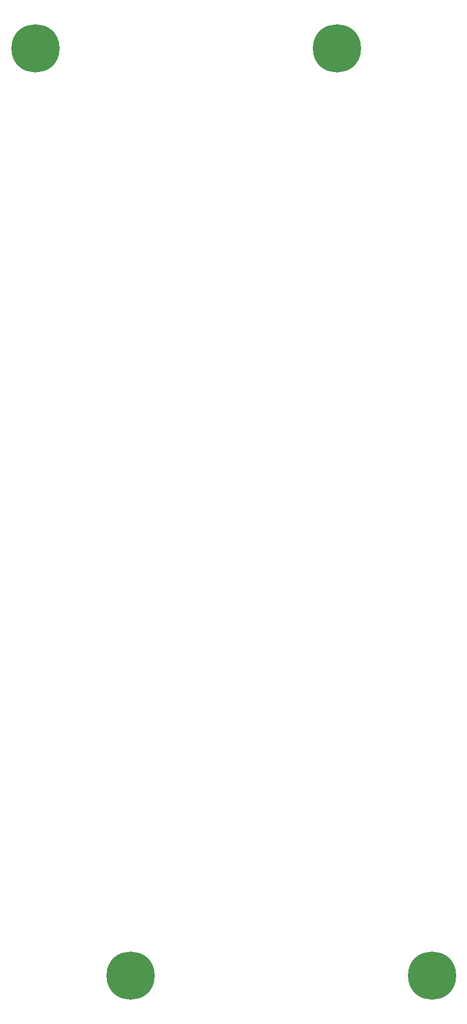
<source format=gbr>
G04 #@! TF.GenerationSoftware,KiCad,Pcbnew,(6.0.5)*
G04 #@! TF.CreationDate,2022-09-16T18:15:02+12:00*
G04 #@! TF.ProjectId,JVCard-panel,4a564361-7264-42d7-9061-6e656c2e6b69,rev?*
G04 #@! TF.SameCoordinates,Original*
G04 #@! TF.FileFunction,Soldermask,Top*
G04 #@! TF.FilePolarity,Negative*
%FSLAX46Y46*%
G04 Gerber Fmt 4.6, Leading zero omitted, Abs format (unit mm)*
G04 Created by KiCad (PCBNEW (6.0.5)) date 2022-09-16 18:15:02*
%MOMM*%
%LPD*%
G01*
G04 APERTURE LIST*
%ADD10C,7.602000*%
G04 APERTURE END LIST*
D10*
X-136500000Y-148000000D03*
X-151500000Y-2000000D03*
X-89000000Y-148000000D03*
X-104000000Y-2000000D03*
M02*

</source>
